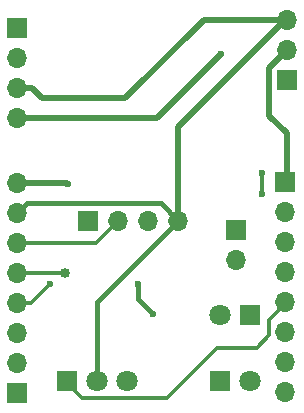
<source format=gbl>
G04 #@! TF.FileFunction,Copper,L2,Bot,Signal*
%FSLAX46Y46*%
G04 Gerber Fmt 4.6, Leading zero omitted, Abs format (unit mm)*
G04 Created by KiCad (PCBNEW 4.0.7) date Sun Jul 15 15:38:45 2018*
%MOMM*%
%LPD*%
G01*
G04 APERTURE LIST*
%ADD10C,0.100000*%
%ADD11R,1.800000X1.800000*%
%ADD12C,1.800000*%
%ADD13R,1.700000X1.700000*%
%ADD14O,1.700000X1.700000*%
%ADD15C,0.600000*%
%ADD16C,0.850000*%
%ADD17C,0.300000*%
%ADD18C,0.500000*%
%ADD19C,0.400000*%
G04 APERTURE END LIST*
D10*
D11*
X191135000Y-117094000D03*
D12*
X193675000Y-117094000D03*
D13*
X192468500Y-104330500D03*
D14*
X192468500Y-106870500D03*
D11*
X178181000Y-117094000D03*
D12*
X180721000Y-117094000D03*
X183261000Y-117094000D03*
D11*
X193675000Y-111506000D03*
D12*
X191135000Y-111506000D03*
D13*
X173990000Y-87185500D03*
D14*
X173990000Y-89725500D03*
X173990000Y-92265500D03*
X173990000Y-94805500D03*
D13*
X179959000Y-103505000D03*
D14*
X182499000Y-103505000D03*
X185039000Y-103505000D03*
X187579000Y-103505000D03*
D13*
X196850000Y-91567000D03*
D14*
X196850000Y-89027000D03*
X196850000Y-86487000D03*
D13*
X196659500Y-100266500D03*
D14*
X196659500Y-102806500D03*
X196659500Y-105346500D03*
X196659500Y-107886500D03*
X196659500Y-110426500D03*
X196659500Y-112966500D03*
X196659500Y-115506500D03*
X196659500Y-118046500D03*
D13*
X173990000Y-118110000D03*
D14*
X173990000Y-115570000D03*
X173990000Y-113030000D03*
X173990000Y-110490000D03*
X173990000Y-107950000D03*
X173990000Y-105410000D03*
X173990000Y-102870000D03*
X173990000Y-100330000D03*
D15*
X191198500Y-89408000D03*
X184213500Y-108839000D03*
X185483500Y-111379000D03*
X178244500Y-100393500D03*
X176784000Y-108839000D03*
X194691000Y-101282500D03*
X194691000Y-99441000D03*
D16*
X177990500Y-107950000D03*
D17*
X178181000Y-117094000D02*
X178181000Y-117284500D01*
X178181000Y-117284500D02*
X179451000Y-118554500D01*
X195326000Y-111887000D02*
X196786500Y-110426500D01*
X195326000Y-113220500D02*
X195326000Y-111887000D01*
X194246500Y-114300000D02*
X195326000Y-113220500D01*
X190881000Y-114300000D02*
X194246500Y-114300000D01*
X186626500Y-118554500D02*
X190881000Y-114300000D01*
X179451000Y-118554500D02*
X186626500Y-118554500D01*
D18*
X173990000Y-94805500D02*
X185801000Y-94805500D01*
X185801000Y-94805500D02*
X191198500Y-89408000D01*
X196786500Y-100266500D02*
X196786500Y-96075500D01*
X195326000Y-90551000D02*
X196850000Y-89027000D01*
X195326000Y-94615000D02*
X195326000Y-90551000D01*
X196786500Y-96075500D02*
X195326000Y-94615000D01*
D19*
X184213500Y-110109000D02*
X184213500Y-108839000D01*
X185483500Y-111379000D02*
X184213500Y-110109000D01*
D18*
X173990000Y-92265500D02*
X175196500Y-92265500D01*
X189801500Y-86487000D02*
X196850000Y-86487000D01*
X183134000Y-93154500D02*
X189801500Y-86487000D01*
X176085500Y-93154500D02*
X183134000Y-93154500D01*
X175196500Y-92265500D02*
X176085500Y-93154500D01*
X196850000Y-86487000D02*
X196659500Y-86487000D01*
X196659500Y-86487000D02*
X187579000Y-95567500D01*
X187579000Y-95567500D02*
X187579000Y-103505000D01*
D19*
X180721000Y-117094000D02*
X180721000Y-110363000D01*
X180721000Y-110363000D02*
X187579000Y-103505000D01*
X173990000Y-102870000D02*
X174815500Y-102044500D01*
X174815500Y-102044500D02*
X186118500Y-102044500D01*
X186118500Y-102044500D02*
X187579000Y-103505000D01*
D18*
X173990000Y-100330000D02*
X178181000Y-100330000D01*
X178181000Y-100330000D02*
X178244500Y-100393500D01*
D17*
X182499000Y-103505000D02*
X182499000Y-103568500D01*
X182499000Y-103568500D02*
X180657500Y-105410000D01*
X180657500Y-105410000D02*
X173990000Y-105410000D01*
X173990000Y-110490000D02*
X175133000Y-110490000D01*
X175133000Y-110490000D02*
X176784000Y-108839000D01*
X194691000Y-99441000D02*
X194691000Y-101282500D01*
X177990500Y-107950000D02*
X173990000Y-107950000D01*
M02*

</source>
